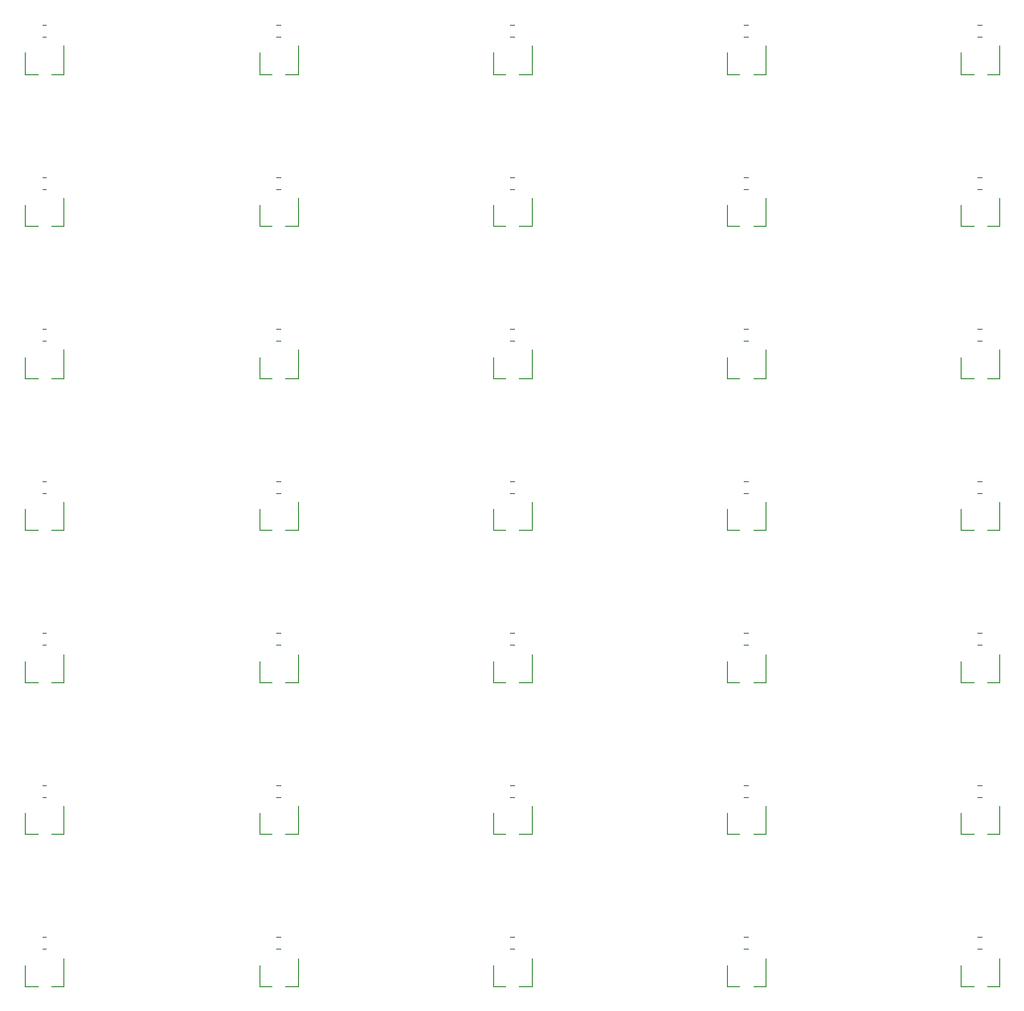
<source format=gbr>
G04 #@! TF.GenerationSoftware,KiCad,Pcbnew,(5.1.0-0)*
G04 #@! TF.CreationDate,2019-05-13T15:47:01-05:00*
G04 #@! TF.ProjectId,splitflap-hall-pcb,73706c69-7466-46c6-9170-2d68616c6c2d,rev?*
G04 #@! TF.SameCoordinates,Original*
G04 #@! TF.FileFunction,Legend,Top*
G04 #@! TF.FilePolarity,Positive*
%FSLAX46Y46*%
G04 Gerber Fmt 4.6, Leading zero omitted, Abs format (unit mm)*
G04 Created by KiCad (PCBNEW (5.1.0-0)) date 2019-05-13 15:47:01*
%MOMM*%
%LPD*%
G04 APERTURE LIST*
%ADD10C,0.120000*%
G04 APERTURE END LIST*
D10*
X165429600Y-162960600D02*
X166479600Y-162960600D01*
X165429600Y-161160600D02*
X165429600Y-162960600D01*
X168729600Y-162960600D02*
X167679600Y-162960600D01*
X168729600Y-160560600D02*
X168729600Y-162960600D01*
X145429600Y-162960600D02*
X146479600Y-162960600D01*
X145429600Y-161160600D02*
X145429600Y-162960600D01*
X148729600Y-162960600D02*
X147679600Y-162960600D01*
X148729600Y-160560600D02*
X148729600Y-162960600D01*
X125429600Y-162960600D02*
X126479600Y-162960600D01*
X125429600Y-161160600D02*
X125429600Y-162960600D01*
X128729600Y-162960600D02*
X127679600Y-162960600D01*
X128729600Y-160560600D02*
X128729600Y-162960600D01*
X105429600Y-162960600D02*
X106479600Y-162960600D01*
X105429600Y-161160600D02*
X105429600Y-162960600D01*
X108729600Y-162960600D02*
X107679600Y-162960600D01*
X108729600Y-160560600D02*
X108729600Y-162960600D01*
X85429600Y-162960600D02*
X86479600Y-162960600D01*
X85429600Y-161160600D02*
X85429600Y-162960600D01*
X88729600Y-162960600D02*
X87679600Y-162960600D01*
X88729600Y-160560600D02*
X88729600Y-162960600D01*
X165429600Y-149960600D02*
X166479600Y-149960600D01*
X165429600Y-148160600D02*
X165429600Y-149960600D01*
X168729600Y-149960600D02*
X167679600Y-149960600D01*
X168729600Y-147560600D02*
X168729600Y-149960600D01*
X145429600Y-149960600D02*
X146479600Y-149960600D01*
X145429600Y-148160600D02*
X145429600Y-149960600D01*
X148729600Y-149960600D02*
X147679600Y-149960600D01*
X148729600Y-147560600D02*
X148729600Y-149960600D01*
X125429600Y-149960600D02*
X126479600Y-149960600D01*
X125429600Y-148160600D02*
X125429600Y-149960600D01*
X128729600Y-149960600D02*
X127679600Y-149960600D01*
X128729600Y-147560600D02*
X128729600Y-149960600D01*
X105429600Y-149960600D02*
X106479600Y-149960600D01*
X105429600Y-148160600D02*
X105429600Y-149960600D01*
X108729600Y-149960600D02*
X107679600Y-149960600D01*
X108729600Y-147560600D02*
X108729600Y-149960600D01*
X85429600Y-149960600D02*
X86479600Y-149960600D01*
X85429600Y-148160600D02*
X85429600Y-149960600D01*
X88729600Y-149960600D02*
X87679600Y-149960600D01*
X88729600Y-147560600D02*
X88729600Y-149960600D01*
X165429600Y-136960600D02*
X166479600Y-136960600D01*
X165429600Y-135160600D02*
X165429600Y-136960600D01*
X168729600Y-136960600D02*
X167679600Y-136960600D01*
X168729600Y-134560600D02*
X168729600Y-136960600D01*
X145429600Y-136960600D02*
X146479600Y-136960600D01*
X145429600Y-135160600D02*
X145429600Y-136960600D01*
X148729600Y-136960600D02*
X147679600Y-136960600D01*
X148729600Y-134560600D02*
X148729600Y-136960600D01*
X125429600Y-136960600D02*
X126479600Y-136960600D01*
X125429600Y-135160600D02*
X125429600Y-136960600D01*
X128729600Y-136960600D02*
X127679600Y-136960600D01*
X128729600Y-134560600D02*
X128729600Y-136960600D01*
X105429600Y-136960600D02*
X106479600Y-136960600D01*
X105429600Y-135160600D02*
X105429600Y-136960600D01*
X108729600Y-136960600D02*
X107679600Y-136960600D01*
X108729600Y-134560600D02*
X108729600Y-136960600D01*
X85429600Y-136960600D02*
X86479600Y-136960600D01*
X85429600Y-135160600D02*
X85429600Y-136960600D01*
X88729600Y-136960600D02*
X87679600Y-136960600D01*
X88729600Y-134560600D02*
X88729600Y-136960600D01*
X165429600Y-123960600D02*
X166479600Y-123960600D01*
X165429600Y-122160600D02*
X165429600Y-123960600D01*
X168729600Y-123960600D02*
X167679600Y-123960600D01*
X168729600Y-121560600D02*
X168729600Y-123960600D01*
X145429600Y-123960600D02*
X146479600Y-123960600D01*
X145429600Y-122160600D02*
X145429600Y-123960600D01*
X148729600Y-123960600D02*
X147679600Y-123960600D01*
X148729600Y-121560600D02*
X148729600Y-123960600D01*
X125429600Y-123960600D02*
X126479600Y-123960600D01*
X125429600Y-122160600D02*
X125429600Y-123960600D01*
X128729600Y-123960600D02*
X127679600Y-123960600D01*
X128729600Y-121560600D02*
X128729600Y-123960600D01*
X105429600Y-123960600D02*
X106479600Y-123960600D01*
X105429600Y-122160600D02*
X105429600Y-123960600D01*
X108729600Y-123960600D02*
X107679600Y-123960600D01*
X108729600Y-121560600D02*
X108729600Y-123960600D01*
X85429600Y-123960600D02*
X86479600Y-123960600D01*
X85429600Y-122160600D02*
X85429600Y-123960600D01*
X88729600Y-123960600D02*
X87679600Y-123960600D01*
X88729600Y-121560600D02*
X88729600Y-123960600D01*
X165429600Y-110960600D02*
X166479600Y-110960600D01*
X165429600Y-109160600D02*
X165429600Y-110960600D01*
X168729600Y-110960600D02*
X167679600Y-110960600D01*
X168729600Y-108560600D02*
X168729600Y-110960600D01*
X145429600Y-110960600D02*
X146479600Y-110960600D01*
X145429600Y-109160600D02*
X145429600Y-110960600D01*
X148729600Y-110960600D02*
X147679600Y-110960600D01*
X148729600Y-108560600D02*
X148729600Y-110960600D01*
X125429600Y-110960600D02*
X126479600Y-110960600D01*
X125429600Y-109160600D02*
X125429600Y-110960600D01*
X128729600Y-110960600D02*
X127679600Y-110960600D01*
X128729600Y-108560600D02*
X128729600Y-110960600D01*
X105429600Y-110960600D02*
X106479600Y-110960600D01*
X105429600Y-109160600D02*
X105429600Y-110960600D01*
X108729600Y-110960600D02*
X107679600Y-110960600D01*
X108729600Y-108560600D02*
X108729600Y-110960600D01*
X85429600Y-110960600D02*
X86479600Y-110960600D01*
X85429600Y-109160600D02*
X85429600Y-110960600D01*
X88729600Y-110960600D02*
X87679600Y-110960600D01*
X88729600Y-108560600D02*
X88729600Y-110960600D01*
X165429600Y-97960600D02*
X166479600Y-97960600D01*
X165429600Y-96160600D02*
X165429600Y-97960600D01*
X168729600Y-97960600D02*
X167679600Y-97960600D01*
X168729600Y-95560600D02*
X168729600Y-97960600D01*
X145429600Y-97960600D02*
X146479600Y-97960600D01*
X145429600Y-96160600D02*
X145429600Y-97960600D01*
X148729600Y-97960600D02*
X147679600Y-97960600D01*
X148729600Y-95560600D02*
X148729600Y-97960600D01*
X125429600Y-97960600D02*
X126479600Y-97960600D01*
X125429600Y-96160600D02*
X125429600Y-97960600D01*
X128729600Y-97960600D02*
X127679600Y-97960600D01*
X128729600Y-95560600D02*
X128729600Y-97960600D01*
X105429600Y-97960600D02*
X106479600Y-97960600D01*
X105429600Y-96160600D02*
X105429600Y-97960600D01*
X108729600Y-97960600D02*
X107679600Y-97960600D01*
X108729600Y-95560600D02*
X108729600Y-97960600D01*
X85429600Y-97960600D02*
X86479600Y-97960600D01*
X85429600Y-96160600D02*
X85429600Y-97960600D01*
X88729600Y-97960600D02*
X87679600Y-97960600D01*
X88729600Y-95560600D02*
X88729600Y-97960600D01*
X165429600Y-84960600D02*
X166479600Y-84960600D01*
X165429600Y-83160600D02*
X165429600Y-84960600D01*
X168729600Y-84960600D02*
X167679600Y-84960600D01*
X168729600Y-82560600D02*
X168729600Y-84960600D01*
X145429600Y-84960600D02*
X146479600Y-84960600D01*
X145429600Y-83160600D02*
X145429600Y-84960600D01*
X148729600Y-84960600D02*
X147679600Y-84960600D01*
X148729600Y-82560600D02*
X148729600Y-84960600D01*
X125429600Y-84960600D02*
X126479600Y-84960600D01*
X125429600Y-83160600D02*
X125429600Y-84960600D01*
X128729600Y-84960600D02*
X127679600Y-84960600D01*
X128729600Y-82560600D02*
X128729600Y-84960600D01*
X105429600Y-84960600D02*
X106479600Y-84960600D01*
X105429600Y-83160600D02*
X105429600Y-84960600D01*
X108729600Y-84960600D02*
X107679600Y-84960600D01*
X108729600Y-82560600D02*
X108729600Y-84960600D01*
X167217079Y-158757400D02*
X166891521Y-158757400D01*
X167217079Y-159777400D02*
X166891521Y-159777400D01*
X147217079Y-158757400D02*
X146891521Y-158757400D01*
X147217079Y-159777400D02*
X146891521Y-159777400D01*
X127217079Y-158757400D02*
X126891521Y-158757400D01*
X127217079Y-159777400D02*
X126891521Y-159777400D01*
X107217079Y-158757400D02*
X106891521Y-158757400D01*
X107217079Y-159777400D02*
X106891521Y-159777400D01*
X87217079Y-158757400D02*
X86891521Y-158757400D01*
X87217079Y-159777400D02*
X86891521Y-159777400D01*
X167217079Y-145757400D02*
X166891521Y-145757400D01*
X167217079Y-146777400D02*
X166891521Y-146777400D01*
X147217079Y-145757400D02*
X146891521Y-145757400D01*
X147217079Y-146777400D02*
X146891521Y-146777400D01*
X127217079Y-145757400D02*
X126891521Y-145757400D01*
X127217079Y-146777400D02*
X126891521Y-146777400D01*
X107217079Y-145757400D02*
X106891521Y-145757400D01*
X107217079Y-146777400D02*
X106891521Y-146777400D01*
X87217079Y-145757400D02*
X86891521Y-145757400D01*
X87217079Y-146777400D02*
X86891521Y-146777400D01*
X167217079Y-132757400D02*
X166891521Y-132757400D01*
X167217079Y-133777400D02*
X166891521Y-133777400D01*
X147217079Y-132757400D02*
X146891521Y-132757400D01*
X147217079Y-133777400D02*
X146891521Y-133777400D01*
X127217079Y-132757400D02*
X126891521Y-132757400D01*
X127217079Y-133777400D02*
X126891521Y-133777400D01*
X107217079Y-132757400D02*
X106891521Y-132757400D01*
X107217079Y-133777400D02*
X106891521Y-133777400D01*
X87217079Y-132757400D02*
X86891521Y-132757400D01*
X87217079Y-133777400D02*
X86891521Y-133777400D01*
X167217079Y-119757400D02*
X166891521Y-119757400D01*
X167217079Y-120777400D02*
X166891521Y-120777400D01*
X147217079Y-119757400D02*
X146891521Y-119757400D01*
X147217079Y-120777400D02*
X146891521Y-120777400D01*
X127217079Y-119757400D02*
X126891521Y-119757400D01*
X127217079Y-120777400D02*
X126891521Y-120777400D01*
X107217079Y-119757400D02*
X106891521Y-119757400D01*
X107217079Y-120777400D02*
X106891521Y-120777400D01*
X87217079Y-119757400D02*
X86891521Y-119757400D01*
X87217079Y-120777400D02*
X86891521Y-120777400D01*
X167217079Y-106757400D02*
X166891521Y-106757400D01*
X167217079Y-107777400D02*
X166891521Y-107777400D01*
X147217079Y-106757400D02*
X146891521Y-106757400D01*
X147217079Y-107777400D02*
X146891521Y-107777400D01*
X127217079Y-106757400D02*
X126891521Y-106757400D01*
X127217079Y-107777400D02*
X126891521Y-107777400D01*
X107217079Y-106757400D02*
X106891521Y-106757400D01*
X107217079Y-107777400D02*
X106891521Y-107777400D01*
X87217079Y-106757400D02*
X86891521Y-106757400D01*
X87217079Y-107777400D02*
X86891521Y-107777400D01*
X167217079Y-93757400D02*
X166891521Y-93757400D01*
X167217079Y-94777400D02*
X166891521Y-94777400D01*
X147217079Y-93757400D02*
X146891521Y-93757400D01*
X147217079Y-94777400D02*
X146891521Y-94777400D01*
X127217079Y-93757400D02*
X126891521Y-93757400D01*
X127217079Y-94777400D02*
X126891521Y-94777400D01*
X107217079Y-93757400D02*
X106891521Y-93757400D01*
X107217079Y-94777400D02*
X106891521Y-94777400D01*
X87217079Y-93757400D02*
X86891521Y-93757400D01*
X87217079Y-94777400D02*
X86891521Y-94777400D01*
X167217079Y-80757400D02*
X166891521Y-80757400D01*
X167217079Y-81777400D02*
X166891521Y-81777400D01*
X147217079Y-80757400D02*
X146891521Y-80757400D01*
X147217079Y-81777400D02*
X146891521Y-81777400D01*
X127217079Y-80757400D02*
X126891521Y-80757400D01*
X127217079Y-81777400D02*
X126891521Y-81777400D01*
X107217079Y-80757400D02*
X106891521Y-80757400D01*
X107217079Y-81777400D02*
X106891521Y-81777400D01*
X87217079Y-81777400D02*
X86891521Y-81777400D01*
X87217079Y-80757400D02*
X86891521Y-80757400D01*
X88729600Y-82560600D02*
X88729600Y-84960600D01*
X88729600Y-84960600D02*
X87679600Y-84960600D01*
X85429600Y-83160600D02*
X85429600Y-84960600D01*
X85429600Y-84960600D02*
X86479600Y-84960600D01*
M02*

</source>
